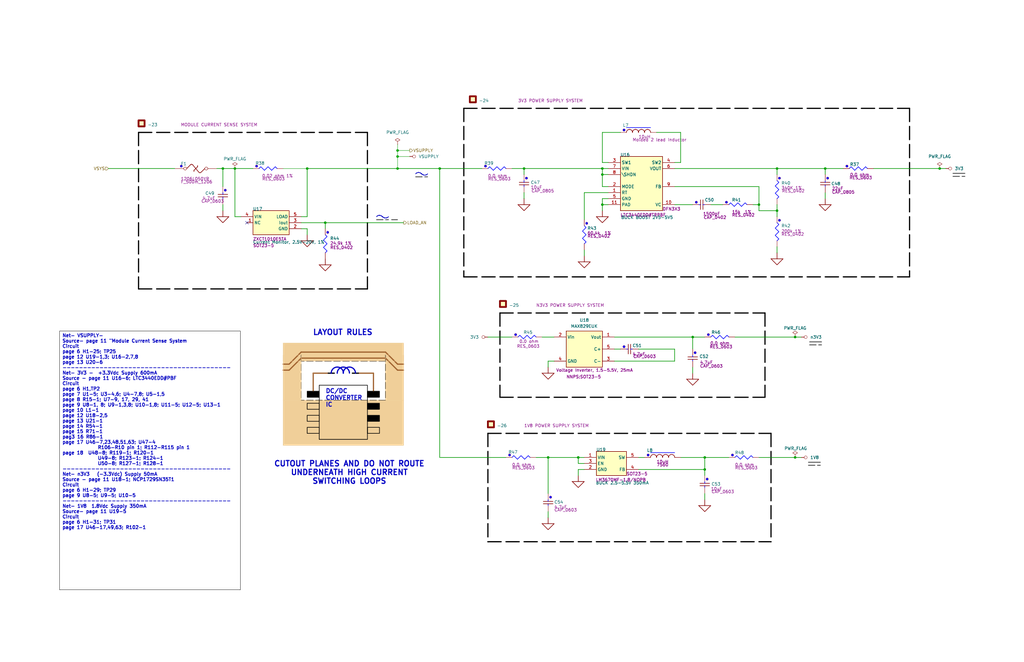
<source format=kicad_sch>
(kicad_sch (version 20231120) (generator "eeschema") (generator_version "8.0")
  (paper "B")
  (title_block (rev "-"))
  (junction (at 93.98 71.12))
  (junction (at 327.66 71.12))
  (junction (at 129.54 71.12))
  (junction (at 297.18 193.04))
  (junction (at 167.64 66.04))
  (junction (at 254 73.66))
  (junction (at 297.18 198.12))
  (junction (at 243.84 193.04))
  (junction (at 396.24 71.12))
  (junction (at 185.42 71.12))
  (junction (at 167.64 63.5))
  (junction (at 320.04 86.36))
  (junction (at 99.06 71.12))
  (junction (at 137.16 93.98))
  (junction (at 220.98 71.12))
  (junction (at 327.66 88.9))
  (junction (at 292.1 142.24))
  (junction (at 231.14 193.04))
  (junction (at 335.28 142.24))
  (junction (at 254 71.12))
  (junction (at 347.98 71.12))
  (junction (at 254 86.36))
  (junction (at 167.64 71.12))
  (junction (at 335.28 193.04))
  (no_connect (at 104.14 93.98))
  (wire (pts (xy 320.04 86.36) (xy 320.04 88.9)) (stroke (width 0.254)))
  (polyline (pts (xy 178.8655 73.8956) (xy 178.9664 73.9081)) (stroke (width 0.254) (type solid)))
  (polyline (pts (xy 176.0683 72.8413) (xy 176.1808 72.8142)) (stroke (width 0.254) (type solid)))
  (polyline (pts (xy 58.42 121.92) (xy 154.94 121.92)) (stroke (width 0.508) (type dash) (color 0 0 0 1)))
  (wire (pts (xy 243.84 193.04) (xy 231.14 193.04)) (stroke (width 0.254)))
  (wire (pts (xy 167.64 63.5) (xy 167.64 66.04)))
  (wire (pts (xy 167.64 66.04) (xy 172.72 66.04)))
  (polyline (pts (xy 161.29 91.44) (xy 161.2936 91.4437)) (stroke (width 0.254) (type solid)))
  (wire (pts (xy 309.88 142.24) (xy 335.28 142.24)) (stroke (width 0.254)))
  (wire (pts (xy 93.98 88.9) (xy 93.98 86.36)) (stroke (width 0.254)))
  (wire (pts (xy 347.98 73.66) (xy 347.98 71.12)) (stroke (width 0.254)))
  (polyline (pts (xy 175.2482 73.3499) (xy 175.3672 73.2382)) (stroke (width 0.254) (type solid)))
  (wire (pts (xy 246.38 198.12) (xy 243.84 198.12)) (stroke (width 0.254)))
  (polyline (pts (xy 177.8206 73.3803) (xy 177.8452 73.402)) (stroke (width 0.254) (type solid)))
  (polyline (pts (xy 177.6191 73.2075) (xy 177.6626 73.2411)) (stroke (width 0.254) (type solid)))
  (polyline (pts (xy 161.6886 91.7355) (xy 161.7588 91.7749)) (stroke (width 0.254) (type solid)))
  (polyline (pts (xy 177.7845 73.3463) (xy 177.7882 73.3499)) (stroke (width 0.254) (type solid)))
  (polyline (pts (xy 161.3224 91.4704) (xy 161.347 91.4921)) (stroke (width 0.254) (type solid)))
  (polyline (pts (xy 178.3318 73.7233) (xy 178.4111 73.7602)) (stroke (width 0.254) (type solid)))
  (wire (pts (xy 254 83.82) (xy 256.54 83.82)) (stroke (width 0.254)))
  (polyline (pts (xy 179.1763 73.9127) (xy 179.2848 73.9035)) (stroke (width 0.254) (type solid)))
  (polyline (pts (xy 163.3562 91.8047) (xy 163.4738 91.7334)) (stroke (width 0.254) (type solid)))
  (polyline (pts (xy 160.4051 90.936) (xy 160.4962 90.9638)) (stroke (width 0.254) (type solid)))
  (polyline (pts (xy 161.2329 91.388) (xy 161.2575 91.4097)) (stroke (width 0.254) (type solid)))
  (polyline (pts (xy 176.9944 72.8737) (xy 177.0818 72.9052)) (stroke (width 0.254) (type solid)))
  (polyline (pts (xy 162.56 149.86) (xy 162.56 168.91)) (stroke (width 0.254) (type dash) (color 0 0 0 1)))
  (polyline (pts (xy 140.97 157.48) (xy 138.43 157.48)) (stroke (width 0.508) (type solid) (color 0 0 0 1)))
  (polyline (pts (xy 132.08 157.48) (xy 132.08 165.1)) (stroke (width 0.508) (type solid) (color 159 97 46 1)))
  (wire (pts (xy 129.54 91.44) (xy 127 91.44)) (stroke (width 0.254)))
  (wire (pts (xy 129.54 96.52) (xy 129.54 99.06)) (stroke (width 0.254)))
  (wire (pts (xy 246.38 81.28) (xy 246.38 92.71)) (stroke (width 0.254)))
  (polyline (pts (xy 175.7219 72.9853) (xy 175.8386 72.9261)) (stroke (width 0.254) (type solid)))
  (wire (pts (xy 292.1 142.24) (xy 259.08 142.24)) (stroke (width 0.254)))
  (wire (pts (xy 215.9 142.24) (xy 205.74 142.24)) (stroke (width 0.254)))
  (polyline (pts (xy 177.7311 73.2979) (xy 177.7557 73.3196)) (stroke (width 0.254) (type solid)))
  (polyline (pts (xy 340.868 196.342) (xy 345.948 196.342)) (stroke (width 0.254) (type dash) (color 0 0 0 1)))
  (wire (pts (xy 297.18 193.04) (xy 307.34 193.04)) (stroke (width 0.254)))
  (polyline (pts (xy 179.2848 73.9035) (xy 179.3955 73.8857)) (stroke (width 0.254) (type solid)))
  (wire (pts (xy 287.02 68.58) (xy 284.48 68.58)) (stroke (width 0.254)))
  (wire (pts (xy 254 73.66) (xy 254 71.12)) (stroke (width 0.254)))
  (polyline (pts (xy 175.6043 73.0566) (xy 175.7219 72.9853)) (stroke (width 0.254) (type solid)))
  (wire (pts (xy 119.38 71.12) (xy 129.54 71.12)))
  (polyline (pts (xy 178.5819 73.8262) (xy 178.673 73.854)) (stroke (width 0.254) (type solid)))
  (wire (pts (xy 256.54 81.28) (xy 246.38 81.28)) (stroke (width 0.254)))
  (polyline (pts (xy 176.8087 72.8225) (xy 176.9033 72.8459)) (stroke (width 0.254) (type solid)))
  (polyline (pts (xy 159.6826 90.9043) (xy 159.7933 90.8865)) (stroke (width 0.254) (type solid)))
  (polyline (pts (xy 205.74 182.88) (xy 325.12 182.88)) (stroke (width 0.508) (type dash) (color 0 0 0 1)))
  (wire (pts (xy 93.98 71.12) (xy 93.98 78.74)) (stroke (width 0.254)))
  (wire (pts (xy 284.48 152.4) (xy 259.08 152.4)) (stroke (width 0.254)))
  (wire (pts (xy 256.54 68.58) (xy 254 68.58)) (stroke (width 0.254)))
  (wire (pts (xy 185.42 71.12) (xy 203.2 71.12)) (stroke (width 0.254)))
  (polyline (pts (xy 178.4111 73.7602) (xy 178.4945 73.7947)) (stroke (width 0.254) (type solid)))
  (polyline (pts (xy 157.48 157.48) (xy 157.48 165.1)) (stroke (width 0.508) (type solid) (color 159 97 46 1)))
  (wire (pts (xy 185.42 193.04) (xy 213.36 193.04)) (stroke (width 0.254)))
  (polyline (pts (xy 160.3105 90.9126) (xy 160.4051 90.936)) (stroke (width 0.254) (type solid)))
  (polyline (pts (xy 205.74 182.88) (xy 205.74 228.6)) (stroke (width 0.508) (type dash) (color 0 0 0 1)))
  (wire (pts (xy 335.28 193.04) (xy 337.82 193.04)) (stroke (width 0.254)))
  (polyline (pts (xy 161.4155 91.5489) (xy 161.459 91.5825)) (stroke (width 0.254) (type solid)))
  (wire (pts (xy 259.08 147.32) (xy 261.62 147.32)) (stroke (width 0.254)))
  (polyline (pts (xy 179.07 73.914) (xy 179.1763 73.9127)) (stroke (width 0.254) (type solid)))
  (polyline (pts (xy 180.2091 73.4617) (xy 180.3282 73.3499)) (stroke (width 0.254) (type solid)))
  (wire (pts (xy 220.98 83.82) (xy 220.98 81.28)) (stroke (width 0.254)))
  (wire (pts (xy 99.06 91.44) (xy 101.6 91.44)) (stroke (width 0.254)))
  (polyline (pts (xy 162.56 151.13) (xy 167.64 156.21)) (stroke (width 0.508) (type solid) (color 159 97 46 1)))
  (polyline (pts (xy 325.12 182.88) (xy 325.12 228.6)) (stroke (width 0.508) (type dash) (color 0 0 0 1)))
  (polyline (pts (xy 162.7866 91.9936) (xy 162.8973 91.9758)) (stroke (width 0.254) (type solid)))
  (polyline (pts (xy 178.7676 73.8774) (xy 178.8655 73.8956)) (stroke (width 0.254) (type solid)))
  (wire (pts (xy 327.66 71.12) (xy 284.48 71.12)) (stroke (width 0.254)))
  (polyline (pts (xy 210.82 132.08) (xy 210.82 167.64)) (stroke (width 0.508) (type dash) (color 0 0 0 1)))
  (polyline (pts (xy 163.2395 91.8639) (xy 163.3562 91.8047)) (stroke (width 0.254) (type solid)))
  (polyline (pts (xy 163.4738 91.7334) (xy 163.5921 91.6493)) (stroke (width 0.254) (type solid)))
  (polyline (pts (xy 161.6233 91.6958) (xy 161.6886 91.7355)) (stroke (width 0.254) (type solid)))
  (polyline (pts (xy 178.9664 73.9081) (xy 179.07 73.914)) (stroke (width 0.254) (type solid)))
  (polyline (pts (xy 163.1239 91.9116) (xy 163.2395 91.8639)) (stroke (width 0.254) (type solid)))
  (polyline (pts (xy 179.508 73.8586) (xy 179.6221 73.8215)) (stroke (width 0.254) (type solid)))
  (polyline (pts (xy 158.9878 91.2308) (xy 159.1061 91.1467)) (stroke (width 0.254) (type solid)))
  (polyline (pts (xy 162.3673 91.9857) (xy 162.4682 91.9982)) (stroke (width 0.254) (type solid)))
  (wire (pts (xy 297.18 198.12) (xy 269.24 198.12)) (stroke (width 0.254)))
  (polyline (pts (xy 178.257 73.6848) (xy 178.3318 73.7233)) (stroke (width 0.254) (type solid)))
  (wire (pts (xy 231.14 193.04) (xy 226.06 193.04)) (stroke (width 0.254)))
  (polyline (pts (xy 159.2237 91.0754) (xy 159.3404 91.0162)) (stroke (width 0.254) (type solid)))
  (polyline (pts (xy 58.42 55.88) (xy 58.42 121.92)) (stroke (width 0.508) (type dash) (color 0 0 0 1)))
  (polyline (pts (xy 401.828 73.152) (xy 406.908 73.152)) (stroke (width 0.254) (type solid) (color 0 0 0 1)))
  (polyline (pts (xy 162.56 148.59) (xy 167.64 153.67)) (stroke (width 0.508) (type solid) (color 159 97 46 1)))
  (wire (pts (xy 287.02 55.88) (xy 287.02 68.58)) (stroke (width 0.254)))
  (polyline (pts (xy 160.0081 90.876) (xy 160.1117 90.8819)) (stroke (width 0.254) (type solid)))
  (polyline (pts (xy 151.13 157.48) (xy 148.59 157.48)) (stroke (width 0.508) (type solid) (color 0 0 0 1)))
  (polyline (pts (xy 177.0818 72.9052) (xy 177.1652 72.9397)) (stroke (width 0.254) (type solid)))
  (polyline (pts (xy 157.48 157.48) (xy 151.13 157.48)) (stroke (width 0.508) (type solid) (color 159 97 46 1)))
  (wire (pts (xy 284.48 86.36) (xy 292.1 86.36)) (stroke (width 0.254)))
  (wire (pts (xy 327.66 88.9) (xy 327.66 91.44)) (stroke (width 0.254)))
  (wire (pts (xy 93.98 71.12) (xy 99.06 71.12)) (stroke (width 0.254)))
  (polyline (pts (xy 177.6626 73.2411) (xy 177.7 73.2715)) (stroke (width 0.254) (type solid)))
  (polyline (pts (xy 179.7377 73.7738) (xy 179.8544 73.7146)) (stroke (width 0.254) (type solid)))
  (wire (pts (xy 99.06 71.12) (xy 106.68 71.12)) (stroke (width 0.254)))
  (polyline (pts (xy 178.0064 73.5285) (xy 178.0613 73.5666)) (stroke (width 0.254) (type solid)))
  (polyline (pts (xy 175.2482 74.6199) (xy 180.3282 74.6199)) (stroke (width 0.254) (type dash) (color 0 0 0 1)))
  (wire (pts (xy 167.64 60.96) (xy 167.64 63.5)))
  (wire (pts (xy 256.54 86.36) (xy 254 86.36)) (stroke (width 0.254)))
  (wire (pts (xy 292.1 147.32) (xy 292.1 142.24)) (stroke (width 0.254)))
  (wire (pts (xy 231.14 154.94) (xy 231.14 152.4)) (stroke (width 0.254)))
  (polyline (pts (xy 210.82 167.64) (xy 322.58 167.64)) (stroke (width 0.508) (type dash) (color 0 0 0 1)))
  (polyline (pts (xy 195.58 45.72) (xy 195.58 116.84)) (stroke (width 0.508) (type dash) (color 0 0 0 1)))
  (polyline (pts (xy 160.667 91.0298) (xy 160.7463 91.0667)) (stroke (width 0.254) (type solid)))
  (polyline (pts (xy 161.2936 91.4437) (xy 161.3045 91.454)) (stroke (width 0.254) (type solid)))
  (polyline (pts (xy 179.6221 73.8215) (xy 179.7377 73.7738)) (stroke (width 0.254) (type solid)))
  (polyline (pts (xy 161.459 91.5825) (xy 161.5082 91.6186)) (stroke (width 0.254) (type solid)))
  (polyline (pts (xy 210.82 132.08) (xy 322.58 132.08)) (stroke (width 0.508) (type dash) (color 0 0 0 1)))
  (polyline (pts (xy 160.8211 91.1052) (xy 160.8913 91.1446)) (stroke (width 0.254) (type solid)))
  (polyline (pts (xy 177.7557 73.3196) (xy 177.7736 73.336)) (stroke (width 0.254) (type solid)))
  (polyline (pts (xy 127 149.86) (xy 127 168.91)) (stroke (width 0.254) (type dash) (color 0 0 0 1)))
  (wire (pts (xy 254 86.36) (xy 254 83.82)) (stroke (width 0.254)))
  (polyline (pts (xy 161.347 91.4921) (xy 161.3781 91.5185)) (stroke (width 0.254) (type solid)))
  (polyline (pts (xy 154.94 55.88) (xy 154.94 121.92)) (stroke (width 0.508) (type dash) (color 0 0 0 1)))
  (polyline (pts (xy 160.8913 91.1446) (xy 160.9566 91.1843)) (stroke (width 0.254) (type solid)))
  (polyline (pts (xy 160.4962 90.9638) (xy 160.5836 90.9953)) (stroke (width 0.254) (type solid)))
  (polyline (pts (xy 178.0613 73.5666) (xy 178.1215 73.6057)) (stroke (width 0.254) (type solid)))
  (polyline (pts (xy 165.1 92.71) (xy 167.64 92.71)) (stroke (width 0.254) (type solid) (color 0 0 0 1)))
  (wire (pts (xy 254 55.88) (xy 261.62 55.88)) (stroke (width 0.254)))
  (polyline (pts (xy 161.3045 91.454) (xy 161.3224 91.4704)) (stroke (width 0.254) (type solid)))
  (polyline (pts (xy 127 151.13) (xy 121.92 156.21)) (stroke (width 0.508) (type solid) (color 159 97 46 1)))
  (polyline (pts (xy 161.0168 91.2234) (xy 161.0717 91.2615)) (stroke (width 0.254) (type solid)))
  (wire (pts (xy 91.44 71.12) (xy 93.98 71.12)) (stroke (width 0.254)))
  (wire (pts (xy 256.54 78.74) (xy 254 78.74)) (stroke (width 0.254)))
  (polyline (pts (xy 119.38 153.67) (xy 121.92 153.67)) (stroke (width 0.508) (type solid) (color 159 97 46 1)))
  (polyline (pts (xy 177.7 73.2715) (xy 177.7311 73.2979)) (stroke (width 0.254) (type solid)))
  (polyline (pts (xy 162.8973 91.9758) (xy 163.0098 91.9487)) (stroke (width 0.254) (type solid)))
  (polyline (pts (xy 179.3955 73.8857) (xy 179.508 73.8586)) (stroke (width 0.254) (type solid)))
  (polyline (pts (xy 176.7108 72.8043) (xy 176.8087 72.8225)) (stroke (width 0.254) (type solid)))
  (wire (pts (xy 167.64 71.12) (xy 185.42 71.12)) (stroke (width 0.254)))
  (polyline (pts (xy 176.9033 72.8459) (xy 176.9944 72.8737)) (stroke (width 0.254) (type solid)))
  (polyline (pts (xy 162.4682 91.9982) (xy 162.5718 92.0041)) (stroke (width 0.254) (type solid)))
  (polyline (pts (xy 341.376 145.542) (xy 346.456 145.542)) (stroke (width 0.254) (type dash) (color 0 0 0 1)))
  (wire (pts (xy 327.66 73.66) (xy 327.66 71.12)) (stroke (width 0.254)))
  (polyline (pts (xy 158.75 91.44) (xy 158.869 91.3283)) (stroke (width 0.254) (type solid)))
  (polyline (pts (xy 161.8336 91.8134) (xy 161.9129 91.8503)) (stroke (width 0.254) (type solid)))
  (wire (pts (xy 254 78.74) (xy 254 73.66)) (stroke (width 0.254)))
  (polyline (pts (xy 167.64 156.21) (xy 170.18 156.21)) (stroke (width 0.508) (type solid) (color 159 97 46 1)))
  (polyline (pts (xy 162.56 168.91) (xy 127 168.91)) (stroke (width 0.254) (type dash) (color 0 0 0 1)))
  (polyline (pts (xy 163.7109 91.5518) (xy 163.83 91.44)) (stroke (width 0.254) (type solid)))
  (polyline (pts (xy 138.43 157.48) (xy 132.08 157.48)) (stroke (width 0.508) (type solid) (color 159 97 46 1)))
  (polyline (pts (xy 159.3404 91.0162) (xy 159.456 90.9685)) (stroke (width 0.254) (type solid)))
  (polyline (pts (xy 160.5836 90.9953) (xy 160.667 91.0298)) (stroke (width 0.254) (type solid)))
  (polyline (pts (xy 163.0098 91.9487) (xy 163.1239 91.9116)) (stroke (width 0.254) (type solid)))
  (wire (pts (xy 246.38 107.95) (xy 246.38 105.41)) (stroke (width 0.254)))
  (polyline (pts (xy 383.54 45.72) (xy 383.54 116.84)) (stroke (width 0.508) (type dash) (color 0 0 0 1)))
  (wire (pts (xy 256.54 71.12) (xy 254 71.12)) (stroke (width 0.254)))
  (wire (pts (xy 243.84 195.58) (xy 243.84 193.04)) (stroke (width 0.254)))
  (polyline (pts (xy 177.9572 73.4924) (xy 178.0064 73.5285)) (stroke (width 0.254) (type solid)))
  (polyline (pts (xy 161.9963 91.8848) (xy 162.0837 91.9163)) (stroke (width 0.254) (type solid)))
  (polyline (pts (xy 176.1808 72.8142) (xy 176.2915 72.7964)) (stroke (width 0.254) (type solid)))
  (polyline (pts (xy 162.2694 91.9675) (xy 162.3673 91.9857)) (stroke (width 0.254) (type solid)))
  (wire (pts (xy 254 88.9) (xy 254 86.36)) (stroke (width 0.254)))
  (polyline (pts (xy 119.38 156.21) (xy 121.92 156.21)) (stroke (width 0.508) (type solid) (color 159 97 46 1)))
  (wire (pts (xy 220.98 73.66) (xy 220.98 71.12)) (stroke (width 0.254)))
  (wire (pts (xy 396.24 71.12) (xy 398.78 71.12)) (stroke (width 0.254)))
  (polyline (pts (xy 177.9137 73.4588) (xy 177.9572 73.4924)) (stroke (width 0.254) (type solid)))
  (wire (pts (xy 231.14 208.28) (xy 231.14 193.04)) (stroke (width 0.254)))
  (polyline (pts (xy 161.5082 91.6186) (xy 161.5631 91.6567)) (stroke (width 0.254) (type solid)))
  (polyline (pts (xy 167.64 153.67) (xy 170.18 153.67)) (stroke (width 0.508) (type solid) (color 159 97 46 1)))
  (polyline (pts (xy 178.673 73.854) (xy 178.7676 73.8774)) (stroke (width 0.254) (type solid)))
  (polyline (pts (xy 176.5063 72.7859) (xy 176.6099 72.7918)) (stroke (width 0.254) (type solid)))
  (polyline (pts (xy 177.515 73.1333) (xy 177.5699 73.1714)) (stroke (width 0.254) (type solid)))
  (wire (pts (xy 320.04 78.74) (xy 320.04 86.36)) (stroke (width 0.254)))
  (wire (pts (xy 347.98 83.82) (xy 347.98 81.28)) (stroke (width 0.254)))
  (polyline (pts (xy 160.7463 91.0667) (xy 160.8211 91.1052)) (stroke (width 0.254) (type solid)))
  (polyline (pts (xy 161.1209 91.2976) (xy 161.1644 91.3312)) (stroke (width 0.254) (type solid)))
  (polyline (pts (xy 401.828 74.422) (xy 406.908 74.422)) (stroke (width 0.254) (type dash) (color 0 0 0 1)))
  (wire (pts (xy 254 73.66) (xy 256.54 73.66)) (stroke (width 0.254)))
  (polyline (pts (xy 180.0903 73.5592) (xy 180.2091 73.4617)) (stroke (width 0.254) (type solid)))
  (polyline (pts (xy 177.7736 73.336) (xy 177.7845 73.3463)) (stroke (width 0.254) (type solid)))
  (wire (pts (xy 327.66 104.14) (xy 327.66 106.68)) (stroke (width 0.254)))
  (wire (pts (xy 137.16 93.98) (xy 170.18 93.98)) (stroke (width 0.254)))
  (wire (pts (xy 292.1 142.24) (xy 297.18 142.24)) (stroke (width 0.254)))
  (polyline (pts (xy 177.8763 73.4284) (xy 177.9137 73.4588)) (stroke (width 0.254) (type solid)))
  (wire (pts (xy 231.14 152.4) (xy 233.68 152.4)) (stroke (width 0.254)))
  (polyline (pts (xy 175.3672 73.2382) (xy 175.486 73.1407)) (stroke (width 0.254) (type solid)))
  (wire (pts (xy 220.98 71.12) (xy 215.9 71.12)) (stroke (width 0.254)))
  (polyline (pts (xy 162.6781 92.0028) (xy 162.7866 91.9936)) (stroke (width 0.254) (type solid)))
  (polyline (pts (xy 341.376 144.272) (xy 346.456 144.272)) (stroke (width 0.254) (type solid) (color 0 0 0 1)))
  (polyline (pts (xy 160.9566 91.1843) (xy 161.0168 91.2234)) (stroke (width 0.254) (type solid)))
  (wire (pts (xy 287.02 193.04) (xy 297.18 193.04)) (stroke (width 0.254)))
  (polyline (pts (xy 177.4548 73.0942) (xy 177.515 73.1333)) (stroke (width 0.254) (type solid)))
  (polyline (pts (xy 159.7933 90.8865) (xy 159.9018 90.8773)) (stroke (width 0.254) (type solid)))
  (polyline (pts (xy 161.9129 91.8503) (xy 161.9963 91.8848)) (stroke (width 0.254) (type solid)))
  (polyline (pts (xy 177.8452 73.402) (xy 177.8763 73.4284)) (stroke (width 0.254) (type solid)))
  (polyline (pts (xy 163.5921 91.6493) (xy 163.7109 91.5518)) (stroke (width 0.254) (type solid)))
  (wire (pts (xy 269.24 147.32) (xy 284.48 147.32)) (stroke (width 0.254)))
  (polyline (pts (xy 162.56 152.4) (xy 127 152.4)) (stroke (width 0.254) (type dash) (color 0 0 0 1)))
  (wire (pts (xy 320.04 193.04) (xy 335.28 193.04)) (stroke (width 0.254)))
  (wire (pts (xy 254 68.58) (xy 254 55.88)) (stroke (width 0.254)))
  (wire (pts (xy 254 71.12) (xy 220.98 71.12)) (stroke (width 0.254)))
  (polyline (pts (xy 195.58 45.72) (xy 383.54 45.72)) (stroke (width 0.508) (type dash) (color 0 0 0 1)))
  (polyline (pts (xy 340.868 195.072) (xy 345.948 195.072)) (stroke (width 0.254) (type solid) (color 0 0 0 1)))
  (polyline (pts (xy 176.6099 72.7918) (xy 176.7108 72.8043)) (stroke (width 0.254) (type solid)))
  (polyline (pts (xy 175.8386 72.9261) (xy 175.9542 72.8784)) (stroke (width 0.254) (type solid)))
  (wire (pts (xy 284.48 78.74) (xy 320.04 78.74)) (stroke (width 0.254)))
  (polyline (pts (xy 162.5718 92.0041) (xy 162.6781 92.0028)) (stroke (width 0.254) (type solid)))
  (wire (pts (xy 231.14 218.44) (xy 231.14 215.9)) (stroke (width 0.254)))
  (polyline (pts (xy 175.9542 72.8784) (xy 176.0683 72.8413)) (stroke (width 0.254) (type solid)))
  (polyline (pts (xy 176.2915 72.7964) (xy 176.4 72.7872)) (stroke (width 0.254) (type solid)))
  (polyline (pts (xy 159.9018 90.8773) (xy 160.0081 90.876)) (stroke (width 0.254) (type solid)))
  (wire (pts (xy 347.98 71.12) (xy 327.66 71.12)) (stroke (width 0.254)))
  (wire (pts (xy 284.48 147.32) (xy 284.48 152.4)) (stroke (width 0.254)))
  (polyline (pts (xy 58.42 55.88) (xy 154.94 55.88)) (stroke (width 0.508) (type dash) (color 0 0 0 1)))
  (polyline (pts (xy 178.1215 73.6057) (xy 178.1868 73.6454)) (stroke (width 0.254) (type solid)))
  (wire (pts (xy 127 96.52) (xy 129.54 96.52)) (stroke (width 0.254)))
  (polyline (pts (xy 161.2018 91.3616) (xy 161.2329 91.388)) (stroke (width 0.254) (type solid)))
  (wire (pts (xy 99.06 71.12) (xy 99.06 91.44)) (stroke (width 0.254)))
  (polyline (pts (xy 161.7588 91.7749) (xy 161.8336 91.8134)) (stroke (width 0.254) (type solid)))
  (polyline (pts (xy 175.486 73.1407) (xy 175.6043 73.0566)) (stroke (width 0.254) (type solid)))
  (polyline (pts (xy 177.2445 72.9766) (xy 177.3193 73.0151)) (stroke (width 0.254) (type solid)))
  (polyline (pts (xy 160.1117 90.8819) (xy 160.2126 90.8944)) (stroke (width 0.254) (type solid)))
  (wire (pts (xy 335.28 142.24) (xy 337.82 142.24)) (stroke (width 0.254)))
  (wire (pts (xy 347.98 71.12) (xy 355.6 71.12)) (stroke (width 0.254)))
  (wire (pts (xy 299.72 86.36) (xy 304.8 86.36)) (stroke (width 0.254)))
  (polyline (pts (xy 127 148.59) (xy 121.92 153.67)) (stroke (width 0.508) (type solid) (color 159 97 46 1)))
  (polyline (pts (xy 177.3193 73.0151) (xy 177.3895 73.0545)) (stroke (width 0.254) (type solid)))
  (polyline (pts (xy 159.5701 90.9314) (xy 159.6826 90.9043)) (stroke (width 0.254) (type solid)))
  (wire (pts (xy 137.16 93.98) (xy 127 93.98)) (stroke (width 0.254)))
  (polyline (pts (xy 161.0717 91.2615) (xy 161.1209 91.2976)) (stroke (width 0.254) (type solid)))
  (wire (pts (xy 185.42 71.12) (xy 185.42 193.04)) (stroke (width 0.254)))
  (polyline (pts (xy 161.2863 91.4364) (xy 161.29 91.44)) (stroke (width 0.254) (type solid)))
  (wire (pts (xy 228.6 142.24) (xy 233.68 142.24)) (stroke (width 0.254)))
  (wire (pts (xy 368.3 71.12) (xy 396.24 71.12)) (stroke (width 0.254)))
  (wire (pts (xy 271.78 193.04) (xy 269.24 193.04)) (stroke (width 0.254)))
  (wire (pts (xy 129.54 71.12) (xy 167.64 71.12)) (stroke (width 0.254)))
  (polyline (pts (xy 176.4 72.7872) (xy 176.5063 72.7859)) (stroke (width 0.254) (type solid)))
  (polyline (pts (xy 179.8544 73.7146) (xy 179.972 73.6433)) (stroke (width 0.254) (type solid)))
  (polyline (pts (xy 177.7918 73.3536) (xy 177.8027 73.3639)) (stroke (width 0.254) (type solid)))
  (polyline (pts (xy 177.7882 73.3499) (xy 177.7918 73.3536)) (stroke (width 0.254) (type solid)))
  (polyline (pts (xy 127 148.59) (xy 162.56 148.59)) (stroke (width 0.508) (type solid) (color 159 97 46 1)))
  (polyline (pts (xy 322.58 132.08) (xy 322.58 167.64)) (stroke (width 0.508) (type dash) (color 0 0 0 1)))
  (polyline (pts (xy 179.972 73.6433) (xy 180.0903 73.5592)) (stroke (width 0.254) (type solid)))
  (wire (pts (xy 292.1 157.48) (xy 292.1 154.94)) (stroke (width 0.254)))
  (polyline (pts (xy 177.5699 73.1714) (xy 177.6191 73.2075)) (stroke (width 0.254) (type solid)))
  (polyline (pts (xy 161.2575 91.4097) (xy 161.2754 91.4261)) (stroke (width 0.254) (type solid)))
  (wire (pts (xy 246.38 195.58) (xy 243.84 195.58)) (stroke (width 0.254)))
  (polyline (pts (xy 178.1868 73.6454) (xy 178.257 73.6848)) (stroke (width 0.254) (type solid)))
  (polyline (pts (xy 127 151.13) (xy 162.56 151.13)) (stroke (width 0.508) (type solid) (color 159 97 46 1)))
  (polyline (pts (xy 162.0837 91.9163) (xy 162.1748 91.9441)) (stroke (width 0.254) (type solid)))
  (polyline (pts (xy 160.2126 90.8944) (xy 160.3105 90.9126)) (stroke (width 0.254) (type solid)))
  (polyline (pts (xy 178.4945 73.7947) (xy 178.5819 73.8262)) (stroke (width 0.254) (type solid)))
  (polyline (pts (xy 161.3781 91.5185) (xy 161.4155 91.5489)) (stroke (width 0.254) (type solid)))
  (wire (pts (xy 45.72 71.12) (xy 73.66 71.12)) (stroke (width 0.254)))
  (polyline (pts (xy 161.2754 91.4261) (xy 161.2863 91.4364)) (stroke (width 0.254) (type solid)))
  (wire (pts (xy 320.04 88.9) (xy 327.66 88.9)) (stroke (width 0.254)))
  (wire (pts (xy 137.16 96.52) (xy 137.16 93.98)) (stroke (width 0.254)))
  (polyline (pts (xy 159.456 90.9685) (xy 159.5701 90.9314)) (stroke (width 0.254) (type solid)))
  (polyline (pts (xy 177.3895 73.0545) (xy 177.4548 73.0942)) (stroke (width 0.254) (type solid)))
  (wire (pts (xy 243.84 198.12) (xy 243.84 200.66)) (stroke (width 0.254)))
  (polyline (pts (xy 177.1652 72.9397) (xy 177.2445 72.9766)) (stroke (width 0.254) (type solid)))
  (polyline (pts (xy 177.8027 73.3639) (xy 177.8206 73.3803)) (stroke (width 0.254) (type solid)))
  (wire (pts (xy 167.64 63.5) (xy 172.72 63.5)))
  (wire (pts (xy 297.18 210.82) (xy 297.18 208.28)) (stroke (width 0.254)))
  (wire (pts (xy 317.5 86.36) (xy 320.04 86.36)) (stroke (width 0.254)))
  (wire (pts (xy 167.64 66.04) (xy 167.64 71.12)))
  (wire (pts (xy 246.38 193.04) (xy 243.84 193.04)) (stroke (width 0.254)))
  (polyline (pts (xy 162.1748 91.9441) (xy 162.2694 91.9675)) (stroke (width 0.254) (type solid)))
  (polyline (pts (xy 158.75 92.71) (xy 163.83 92.71)) (stroke (width 0.254) (type dash) (color 0 0 0 1)))
  (wire (pts (xy 276.86 55.88) (xy 287.02 55.88)) (stroke (width 0.254)))
  (polyline (pts (xy 161.1644 91.3312) (xy 161.2018 91.3616)) (stroke (width 0.254) (type solid)))
  (polyline (pts (xy 159.1061 91.1467) (xy 159.2237 91.0754)) (stroke (width 0.254) (type solid)))
  (polyline (pts (xy 195.58 116.84) (xy 383.54 116.84)) (stroke (width 0.508) (type dash) (color 0 0 0 1)))
  (polyline (pts (xy 161.5631 91.6567) (xy 161.6233 91.6958)) (stroke (width 0.254) (type solid)))
  (polyline (pts (xy 205.74 228.6) (xy 325.12 228.6)) (stroke (width 0.508) (type dash) (color 0 0 0 1)))
  (wire (pts (xy 297.18 198.12) (xy 297.18 193.04)) (stroke (width 0.254)))
  (wire (pts (xy 129.54 71.12) (xy 129.54 91.44)) (stroke (width 0.254)))
  (wire (pts (xy 297.18 200.66) (xy 297.18 198.12)) (stroke (width 0.254)))
  (wire (pts (xy 327.66 86.36) (xy 327.66 88.9)) (stroke (width 0.254)))
  (polyline (pts (xy 158.869 91.3283) (xy 158.9878 91.2308)) (stroke (width 0.254) (type solid)))
  (arc (start 139.6641 157.5016) (mid 142.1931 154.9063) (end 144.8152 157.4156) (stroke (width 0.508)))
  (rectangle (start 170.18 149.86) (end 162.56 168.91) (stroke (width 0) (color 240 207 153 1)) (fill (type color) (color 240 207 153 1)))
  (rectangle (start 134.62 165.1) (end 129.54 167.64) (stroke (width 0.254) (color 0 0 0 1)) (fill (type color) (color 0 0 0 1)))
  (arc (start 144.7441 157.5016) (mid 147.2731 154.9063) (end 149.8952 157.4156) (stroke (width 0.508)))
  (rectangle (start 127 149.86) (end 119.38 168.91) (stroke (width 0) (color 240 207 153 1)) (fill (type color) (color 240 207 153 1)))
  (rectangle (start 160.02 180.34) (end 154.94 182.88) (stroke (width 0.254) (color 0 0 0 1)) (fill (type color) (color 0 0 0 1)))
  (rectangle (start 160.02 165.1) (end 154.94 167.64) (stroke (width 0.254) (color 0 0 0 1)) (fill (type color) (color 0 0 0 1)))
  (rectangle (start 134.62 170.18) (end 129.54 172.72) (stroke (width 0.254) (color 0 0 0 1)) (fill (type color) (color 0 0 0 1)))
  (arc (start 142.2041 157.5016) (mid 144.7331 154.9063) (end 147.3552 157.4156) (stroke (width 0.508)))
  (rectangle (start 170.18 144.78) (end 119.38 152.4) (stroke (width 0) (color 240 207 153 1)) (fill (type color) (color 240 207 153 1)))
  (rectangle (start 160.02 175.26) (end 154.94 177.8) (stroke (width 0.254) (color 0 0 0 1)) (fill (type color) (color 0 0 0 1)))
  (rectangle (start 154.94 162.56) (end 134.62 185.42) (stroke (width 0.254) (color 0 0 0 1)))
  (rectangle (start 134.62 180.34) (end 129.54 182.88) (stroke (width 0.254) (color 0 0 0 1)) (fill (type color) (color 0 0 0 1)))
  (rectangle (start 134.62 175.26) (end 129.54 177.8) (stroke (width 0.254) (color 0 0 0 1)) (fill (type color) (color 0 0 0 1)))
  (rectangle (start 160.02 170.18) (end 154.94 172.72) (stroke (width 0.254) (color 0 0 0 1)) (fill (type color) (color 0 0 0 1)))
  (rectangle (start 170.18 168.91) (end 119.38 187.96) (stroke (width 0) (color 240 207 153 1)) (fill (type color) (color 240 207 153 1)))
  (text_box "Net- VSUPPLY-\nSource- page 11 \"Module Current Sense System\nCircuit\npage 6 H1-25; TP25\npage 12 U19-1,3; U16-2,7,8\npage 13 U20-6\n-----------------------------------------\nNet- 3V3 -  +3.3Vdc Supply 600mA\nSource - page 11 U16-6; LTC3440EDD#PBF\nCircuit\npage 6 H1,TP2\npage 7 U1-5; U3-4,6; U4-7,8; U5-1,5\npage 8 R15-1; U7-9, 17, 29, 41\npage 9 U8-1, 8; U9-1,3,8; U10-1,8; U11-5; U12-5; U13-1\npage 10 L1-1\npage 12 U18-2,5\npage 13 U21-1\npage 14 R54-1\npage 15 R71-1\npag3 16 R86-1\npage 17 U46-7,23,48,51,63; U47-4\n              R106-R10 pin 1; R112-R115 pin 1\npage 18  U48-8; R119-1; R120-1\n              U49-8; R123-1; R124-1\n              U50-8; R127-1; R128-1\n-----------------------------------------\nNet- n3V3   (-3.3Vdc) Supply 50mA\nSource - page 11 U18-1; NCP1729SN35T1\nCircuit\npage 6 H1-29; TP29\npage 9 U8-5; U9-5; U10-5\n-----------------------------------------\nNet- 1V8  1.8Vdc Supply 350mA\nSource- page 11 U19-5\nCircuit\npage 6 H1-31; TP31\npage 17 U46-17,49,63; R102-1" (at 25.146 139.7 0) (size 76.2 109.22) (stroke (width 0) (color 0 0 0 1)) (fill (type color) (color 255 255 255 1)) (effects (font (size 1.397 1.397) (bold yes)) (justify left top)))
  (text_box "CUTOUT PLANES AND DO NOT ROUTE UNDERNEATH HIGH CURRENT SWITCHING LOOPS" (at 112.268 191.77 0) (size 70.104 14.986) (stroke (width -0.0001) (color 0 0 0 1)) (effects (font (size 2.286 2.286) (bold yes))))
  (text_box "DC/DC CONVERTER IC" (at 135.89 162.56 0) (size 17.78 10.16) (stroke (width -0.0001) (color 0 0 0 1)) (effects (font (size 1.778 1.778) (bold yes)) (justify left top)))
  (text "LAYOUT RULES" (at 131.826 141.732 0) (effects (font (size 2.286 2.286) (bold yes)) (justify left bottom)))
  (hierarchical_label "VSUPPLY" (shape output) (at 172.72 63.5 0))
  (hierarchical_label "LOAD_AN" (shape output) (at 170.18 93.98 0))
  (hierarchical_label "VSYS" (shape input) (at 45.72 71.12 180))
  (symbol (lib_id "NNPS:3V3") (at 205.74 142.24 270) (unit 1)
    (property "Reference" "#PWR?" (effects (hide yes)))
    (property "Value" "3V3" (at 201.93 142.24 90) (effects (justify right)))
  )
  (symbol (lib_id "NNPS:root_3_ECJ-1VB0J106M") (at 297.18 200.66 0) (unit 1)
    (property "Reference" "C53" (at 299.974 204.978 0) (effects (justify left bottom)))
    (property "Value" "C_10u_X5R_6V3_0603_20%" (effects (hide yes)))
    (property "Footprint" "NNPS:CAP_0603" (effects (hide yes)))
    (property "MFR" "Murata Electronics North America" (effects (hide yes)))
    (property "PACKAGEDESCRIPTION" "CAP_0603" (at 299.974 206.756 0) (effects (justify left top)))
    (property "SUPPLIER 1" "Digi-Key" (effects (hide yes)))
    (property "SUPPLIER PART NUMBER 1" "490-6405-6-ND" (effects (hide yes)))
    (property "ALTIUM_VALUE" "10uF" (at 299.72 207.01 0) (effects (justify left bottom)))
    (property "MPN" "GRM188R60J106ME47J" (effects (hide yes)))
    (property "SBI" "53-0039" (effects (hide yes)))
  )
  (symbol (lib_id "NNPS:root_3_CRCW0402340KFKED") (at 327.66 73.66 0) (unit 1)
    (property "Reference" "R40" (at 329.438 77.978 0) (effects (justify left bottom)))
    (property "Value" "R_340k_0402" (effects (hide yes)))
    (property "Footprint" "NNPS:RES_0402" (effects (hide yes)))
    (property "MFR" "Vishay Dale" (effects (hide yes)))
    (property "PACKAGEDESCRIPTION" "RES_0402" (at 329.692 81.28 0) (effects (justify left bottom)))
    (property "SUPPLIER 1" "Digi-Key" (effects (hide yes)))
    (property "SUPPLIER PART NUMBER 1" "541-340KLDKR-ND" (effects (hide yes)))
    (property "MPN" "CRCW0402340KFKED" (effects (hide yes)))
    (property "ALTIUM_VALUE" "340K 1%" (at 329.438 80.01 0) (effects (justify left bottom)))
    (property "SBI" "51-0049-26" (effects (hide yes)))
  )
  (symbol (lib_id "NNPS:root_0_BOM_S1") (at 205.74 177.8 0) (unit 1) (exclude_from_sim yes) (in_bom no) (on_board no)
    (property "Reference" "-26" (at 209.55 180.34 0) (effects (justify left bottom)))
    (property "Value" "BOM_S1" (effects (hide yes)))
    (property "XDESCRIPTION" "1V8 POWER SUPPLY SYSTEM" (at 220.98 180.34 0) (effects (justify left bottom)))
  )
  (symbol (lib_id "NNPS:root_3_EMK212BJ106KG-T") (at 220.98 73.66 0) (unit 1)
    (property "Reference" "C47" (at 223.774 77.724 0) (effects (justify left bottom)))
    (property "Value" "C_10u_X5R_16_0805_10%" (effects (hide yes)))
    (property "Footprint" "NNPS:CAP_0805" (effects (hide yes)))
    (property "MFR" "Murata Electronics North America" (effects (hide yes)))
    (property "PACKAGEDESCRIPTION" "CAP_0805" (at 224.028 81.28 0) (effects (justify left bottom)))
    (property "SUPPLIER 1" "Digi-Key" (effects (hide yes)))
    (property "SUPPLIER PART NUMBER 1" "490-3886-6-ND" (effects (hide yes)))
    (property "ALTIUM_VALUE" "10uF" (at 223.774 79.756 0) (effects (justify left bottom)))
    (property "MPN" "GRM21BR61C106KE15L" (effects (hide yes)))
    (property "SBI" "53-0081" (effects (hide yes)))
  )
  (symbol (lib_id "NNPS:GND") (at 347.98 83.82 0) (unit 1)
    (property "Reference" "#PWR?" (effects (hide yes)))
    (property "Value" "GND" (effects (hide yes)))
  )
  (symbol (lib_id "NNPS:GND") (at 246.38 107.95 0) (unit 1)
    (property "Reference" "#PWR?" (effects (hide yes)))
    (property "Value" "GND" (effects (hide yes)))
  )
  (symbol (lib_id "NNPS:root_0_MCR03ERTJ000") (at 355.6 71.12 0) (unit 1)
    (property "Reference" "R37" (at 358.394 70.104 0) (effects (justify left bottom)))
    (property "Value" "R_0_0603" (effects (hide yes)))
    (property "Footprint" "NNPS:RES_0603" (effects (hide yes)))
    (property "MFR" "Vishay Dale" (effects (hide yes)))
    (property "PACKAGEDESCRIPTION" "RES_0603" (at 358.14 75.692 0) (effects (justify left bottom)))
    (property "SUPPLIER 1" "Digi-Key" (effects (hide yes)))
    (property "SUPPLIER PART NUMBER 1" "541-1.00KLDKR-ND" (effects (hide yes)))
    (property "ALTIUM_VALUE" "0.0 ohm" (at 358.394 74.422 0) (effects (justify left bottom)))
    (property "MPN" "CRCW06030000Z0EA" (effects (hide yes)))
    (property "SBI" "53-0075" (effects (hide yes)))
  )
  (symbol (lib_id "NNPS:root_0_ECJ-0EB1H152K") (at 292.1 86.36 0) (unit 1)
    (property "Reference" "C50" (at 297.18 85.09 0) (effects (justify left bottom)))
    (property "Value" "C_1n5_X7R_50_0402_10%" (effects (hide yes)))
    (property "Footprint" "NNPS:CAP_0402" (effects (hide yes)))
    (property "MFR" "Murata Electronics North America" (effects (hide yes)))
    (property "PACKAGEDESCRIPTION" "CAP_0402" (at 296.672 92.456 0) (effects (justify left bottom)))
    (property "SUPPLIER 1" "Digi-Key" (effects (hide yes)))
    (property "SUPPLIER PART NUMBER 1" "490-3245-6-ND" (effects (hide yes)))
    (property "ALTIUM_VALUE" "1500pF" (at 296.418 90.932 0) (effects (justify left bottom)))
    (property "MPN" "GRM155R71H152KA01D" (effects (hide yes)))
    (property "SBI" "53-0083" (effects (hide yes)))
  )
  (symbol (lib_id "NNPS:PWR_FLAG") (at 335.28 193.04 0) (unit 1)
    (property "Reference" "#FLG03" (effects (hide yes)))
    (property "Value" "PWR_FLAG" (at 335.534 189.23 0))
  )
  (symbol (lib_id "NNPS:root_3_MCR01MZPF6042") (at 246.38 92.71 0) (unit 1)
    (property "Reference" "R43" (at 247.65 97.028 0) (effects (justify left bottom)))
    (property "Value" "R_60k4_0402" (effects (hide yes)))
    (property "Footprint" "NNPS:RES_0402" (effects (hide yes)))
    (property "MFR" "Vishay Dale" (effects (hide yes)))
    (property "PACKAGEDESCRIPTION" "RES_0402" (at 247.65 100.33 0) (effects (justify left bottom)))
    (property "SUPPLIER 1" "Digi-Key" (effects (hide yes)))
    (property "SUPPLIER PART NUMBER 1" "541-60.4KLDKR-ND" (effects (hide yes)))
    (property "MPN" "CRCW040260K4FKED" (effects (hide yes)))
    (property "ALTIUM_VALUE" "60.4k  1%" (at 247.65 99.06 0) (effects (justify left bottom)))
    (property "SBI" "53-0049-29" (effects (hide yes)))
  )
  (symbol (lib_id "NNPS:n3V3") (at 337.82 142.24 90) (unit 1)
    (property "Reference" "#PWR?" (effects (hide yes)))
    (property "Value" "n3V3" (at 341.63 142.24 90) (effects (justify right)))
  )
  (symbol (lib_id "NNPS:root_0_LM3670MF-1.8") (at 251.46 190.5 0) (unit 1)
    (property "Reference" "U19" (at 251.46 190.5 0) (effects (justify left bottom)))
    (property "Value" "BUCK 2.5-5.5V 350mA" (at 251.206 204.47 0) (effects (justify left bottom)))
    (property "Footprint" "NNPS:SOT23-5" (effects (hide yes)))
    (property "SUPPLIER PART NUMBER 1" "LM3670MF-1.8/NOPBDKR-ND" (effects (hide yes)))
    (property "SUPPLIER 1" "Digi-Key" (effects (hide yes)))
    (property "MFR" "Texas Instruments" (effects (hide yes)))
    (property "PACKAGEDESCRIPTION" "SOT23-5" (at 264.16 200.66 0) (effects (justify left bottom)))
    (property "MPN" "LM3670MF-1.8/NOPB" (at 251.206 203.2 0) (effects (justify left bottom)))
    (property "SBI" "54-0098" (effects (hide yes)))
  )
  (symbol (lib_id "NNPS:root_0_MCR03ERTJ000") (at 215.9 142.24 0) (unit 1)
    (property "Reference" "R45" (at 220.726 140.97 0) (effects (justify left bottom)))
    (property "Value" "R_0_0603" (effects (hide yes)))
    (property "Footprint" "NNPS:RES_0603" (effects (hide yes)))
    (property "MFR" "Vishay Dale" (effects (hide yes)))
    (property "PACKAGEDESCRIPTION" "RES_0603" (at 217.932 146.812 0) (effects (justify left bottom)))
    (property "SUPPLIER 1" "Digi-Key" (effects (hide yes)))
    (property "SUPPLIER PART NUMBER 1" "541-1.00KLDKR-ND" (effects (hide yes)))
    (property "ALTIUM_VALUE" "0.0 ohm" (at 218.948 144.78 0) (effects (justify left bottom)))
    (property "MPN" "CRCW06030000Z0EA" (effects (hide yes)))
    (property "SBI" "53-0075" (effects (hide yes)))
  )
  (symbol (lib_id "NNPS:GND") (at 93.98 88.9 0) (unit 1)
    (property "Reference" "#PWR?" (effects (hide yes)))
    (property "Value" "GND" (effects (hide yes)))
  )
  (symbol (lib_id "NNPS:root_0_ELL6RH100M") (at 271.78 193.04 0) (unit 1)
    (property "Reference" "L8" (at 272.796 190.754 0) (effects (justify left bottom)))
    (property "Value" "L_10u_1A1_2626_20%" (effects (hide yes)))
    (property "Footprint" "NNPS:IND-ELL-6RH" (effects (hide yes)))
    (property "SUPPLIER 1" "Digi-Key" (effects (hide yes)))
    (property "SUPPLIER PART NUMBER 1" "PCD1345CT-ND" (effects (hide yes)))
    (property "MFR" "Panasonic" (effects (hide yes)))
    (property "PACKAGEDESCRIPTION" "7560" (at 276.86 196.85 0) (effects (justify left bottom)))
    (property "ALTIUM_VALUE" "10uH" (at 276.86 195.58 0) (effects (justify left bottom)))
    (property "MPN" "ELL6RH100M" (effects (hide yes)))
    (property "SBI" "54-0116" (effects (hide yes)))
  )
  (symbol (lib_id "NNPS:root_3_LMK107BJ475KA-T") (at 231.14 208.28 0) (unit 1)
    (property "Reference" "C54" (at 233.68 212.598 0) (effects (justify left bottom)))
    (property "Value" "C_4u7_X5R_10_0603_10%" (effects (hide yes)))
    (property "Footprint" "NNPS:CAP_0603" (effects (hide yes)))
    (property "MFR" "Murata Electronics North America" (effects (hide yes)))
    (property "PACKAGEDESCRIPTION" "CAP_0603" (at 233.68 215.9 0) (effects (justify left bottom)))
    (property "SUPPLIER 1" "Digi-Key" (effects (hide yes)))
    (property "SUPPLIER PART NUMBER 1" "490-11988-6-ND" (effects (hide yes)))
    (property "ALTIUM_VALUE" "4.7uF" (at 233.68 214.63 0) (effects (justify left bottom)))
    (property "MPN" "GRM185R61A475KE11D" (effects (hide yes)))
    (property "SBI" "53-0076" (effects (hide yes)))
  )
  (symbol (lib_id "NNPS:root_3_MCR01MZPF2003") (at 327.66 91.44 0) (unit 1)
    (property "Reference" "R42" (at 329.438 96.012 0) (effects (justify left bottom)))
    (property "Value" "R_200k_0402" (effects (hide yes)))
    (property "Footprint" "NNPS:RES_0402" (effects (hide yes)))
    (property "MFR" "Vishay Dale" (effects (hide yes)))
    (property "PACKAGEDESCRIPTION" "RES_0402" (at 329.438 99.568 0) (effects (justify left bottom)))
    (property "SUPPLIER 1" "Digi-Key" (effects (hide yes)))
    (property "SUPPLIER PART NUMBER 1" "541-200KLDKR-ND" (effects (hide yes)))
    (property "MPN" "CRCW0402200KFKED" (effects (hide yes)))
    (property "ALTIUM_VALUE" "200k 1%" (at 329.438 98.298 0) (effects (justify left bottom)))
    (property "SBI" "53-0049-28" (effects (hide yes)))
  )
  (symbol (lib_id "NNPS:root_0_MCR01MZPF1502") (at 304.8 86.36 0) (unit 1)
    (property "Reference" "R41" (at 308.61 85.09 0) (effects (justify left bottom)))
    (property "Value" "R_15k_0402" (effects (hide yes)))
    (property "Footprint" "NNPS:RES_0402" (effects (hide yes)))
    (property "MFR" "Vishay Dale" (effects (hide yes)))
    (property "PACKAGEDESCRIPTION" "RES_0402" (at 308.61 91.44 0) (effects (justify left bottom)))
    (property "SUPPLIER 1" "Digi-Key" (effects (hide yes)))
    (property "SUPPLIER PART NUMBER 1" "541-15.0KLDKR-ND" (effects (hide yes)))
    (property "ALTIUM_VALUE" "15k  1%" (at 308.61 90.17 0) (effects (justify left bottom)))
    (property "MPN" "CRCW040215K0FKED" (effects (hide yes)))
    (property "SBI" "53-0049-27" (effects (hide yes)))
  )
  (symbol (lib_id "NNPS:GND") (at 137.16 109.22 0) (unit 1)
    (property "Reference" "#PWR?" (effects (hide yes)))
    (property "Value" "GND" (effects (hide yes)))
  )
  (symbol (lib_id "NNPS:root_0_ZXCT1010E5TA") (at 106.68 88.9 0) (unit 1)
    (property "Reference" "U17" (at 106.68 88.9 0) (effects (justify left bottom)))
    (property "Value" "Current Monitor, 2.5V-20V, 1%" (at 106.68 102.87 0) (effects (justify left bottom)))
    (property "Footprint" "NNPS:SOT23-5" (effects (hide yes)))
    (property "COMPONENTLINK1URL" "Q~{:}0~{0}0~{4}00-04-3500 Zetex ZXCT1010.pdf" (effects (hide yes)))
    (property "COMPONENTNNPS_PN" "00-04-3500" (effects (hide yes)))
    (property "MFR" "Diodes Incorporated" (effects (hide yes)))
    (property "PACKAGEDESCRIPTION" "SOT23-5" (at 106.68 102.87 0) (effects (justify left top)))
    (property "SUPPLIER 1" "Digi-Key" (effects (hide yes)))
    (property "SUPPLIER PART NUMBER 1" "ZXCT1010DKR-ND" (effects (hide yes)))
    (property "ALTIUM_VALUE" "ZXCT1010" (effects (hide yes)))
    (property "MPN" "ZXCT1010E5TA" (at 106.68 101.6 0) (effects (justify left bottom)))
    (property "SBI" "54-0052" (effects (hide yes)))
  )
  (symbol (lib_id "NNPS:PWR_FLAG") (at 99.06 71.12 0) (unit 1)
    (property "Reference" "#FLG08" (effects (hide yes)))
    (property "Value" "PWR_FLAG" (at 99.06 67.056 0))
  )
  (symbol (lib_id "NNPS:root_0_LTC3440EDD") (at 261.62 66.04 0) (unit 1)
    (property "Reference" "U16" (at 261.62 66.04 0) (effects (justify left bottom)))
    (property "Value" "BUCK BOOST 2V5-5V5" (at 261.874 92.456 0) (effects (justify left bottom)))
    (property "Footprint" "NNPS:DFN10" (effects (hide yes)))
    (property "MFR" "Linear Technology" (effects (hide yes)))
    (property "SUPPLIER 1" "Digi-Key" (effects (hide yes)))
    (property "SUPPLIER PART NUMBER 1" "LTC3440EDD#PBF-ND" (effects (hide yes)))
    (property "PACKAGEDESCRIPTION" "DFN3X3" (at 279.4 88.9 0) (effects (justify left bottom)))
    (property "MPN" "LTC3440EDD#TRPBF" (at 261.62 91.44 0) (effects (justify left bottom)))
    (property "SBI" "54-0097" (effects (hide yes)))
    (property "MPN2" "LTC3440EDD#PBF" (effects (hide yes)))
  )
  (symbol (lib_id "NNPS:root_3_LMK107BJ475KA-T") (at 292.1 147.32 0) (unit 1)
    (property "Reference" "C52" (at 294.894 151.13 0) (effects (justify left bottom)))
    (property "Value" "C_4u7_X5R_10_0603_10%" (effects (hide yes)))
    (property "Footprint" "NNPS:CAP_0603" (effects (hide yes)))
    (property "MFR" "Murata Electronics North America" (effects (hide yes)))
    (property "PACKAGEDESCRIPTION" "CAP_0603" (at 295.148 155.194 0) (effects (justify left bottom)))
    (property "SUPPLIER 1" "Digi-Key" (effects (hide yes)))
    (property "SUPPLIER PART NUMBER 1" "490-11988-6-ND" (effects (hide yes)))
    (property "ALTIUM_VALUE" "4.7uF" (at 295.148 153.67 0) (effects (justify left bottom)))
    (property "MPN" "GRM185R61A475KE11D" (effects (hide yes)))
    (property "SBI" "53-0076" (effects (hide yes)))
  )
  (symbol (lib_id "NNPS:3V3") (at 398.78 71.12 90) (unit 1)
    (property "Reference" "#PWR?" (effects (hide yes)))
    (property "Value" "3V3" (at 402.59 71.12 90) (effects (justify right)))
  )
  (symbol (lib_id "NNPS:root_3_ECJ-2FB0J226M") (at 347.98 73.66 0) (unit 1)
    (property "Reference" "C48" (at 350.52 78.232 0) (effects (justify left bottom)))
    (property "Value" "C_22u_X5R_6V3_0805_20%" (effects (hide yes)))
    (property "Footprint" "NNPS:CAP_0805" (effects (hide yes)))
    (property "MFR" "Murata Electronics North America" (effects (hide yes)))
    (property "PACKAGEDESCRIPTION" "CAP_0805" (at 350.774 81.788 0) (effects (justify left bottom)))
    (property "SUPPLIER 1" "Digi-Key" (effects (hide yes)))
    (property "SUPPLIER PART NUMBER 1" "490-1719-6-ND" (effects (hide yes)))
    (property "ALTIUM_VALUE" "22uF" (at 350.774 80.264 0) (effects (justify left bottom)))
    (property "MPN" "GRM21BR60J226ME39L" (effects (hide yes)))
    (property "SBI" "53-0082" (effects (hide yes)))
    (property "MFR2" "Murata Electronics North America" (effects (hide yes)))
    (property "MPN2" "GRM219R60J226ME47D" (effects (hide yes)))
    (property "PARAMETER 1" "*" (effects (hide yes)))
  )
  (symbol (lib_id "NNPS:root_3_MCR01MZPF2492") (at 137.16 96.52 0) (unit 1)
    (property "Reference" "R44" (at 139.192 101.346 0) (effects (justify left bottom)))
    (property "Value" "R_24k9_0402" (effects (hide yes)))
    (property "Footprint" "NNPS:RES_0402" (effects (hide yes)))
    (property "MFR" "Vishay Dale" (effects (hide yes)))
    (property "PACKAGEDESCRIPTION" "RES_0402" (at 139.192 105.156 0) (effects (justify left bottom)))
    (property "SUPPLIER 1" "Digi-Key" (effects (hide yes)))
    (property "SUPPLIER PART NUMBER 1" "541-24.9KLDKR-ND" (effects (hide yes)))
    (property "ALTIUM_VALUE" "24.9k 1%" (at 139.192 103.378 0) (effects (justify left bottom)))
    (property "MPN" "CRCW040224K9FKED" (effects (hide yes)))
    (property "SBI" "53-0049-30" (effects (hide yes)))
  )
  (symbol (lib_id "NNPS:GND") (at 220.98 83.82 0) (unit 1)
    (property "Reference" "#PWR?" (effects (hide yes)))
    (property "Value" "GND" (effects (hide yes)))
  )
  (symbol (lib_id "NNPS:root_0_LMK107BJ475KA-T") (at 261.62 147.32 0) (unit 1)
    (property "Reference" "C51" (at 266.7 146.558 0) (effects (justify left bottom)))
    (property "Value" "C_4u7_X5R_10_0603_10%" (effects (hide yes)))
    (property "Footprint" "NNPS:CAP_0603" (effects (hide yes)))
    (property "MFR" "Murata Electronics North America" (effects (hide yes)))
    (property "PACKAGEDESCRIPTION" "CAP_0603" (at 266.954 151.13 0) (effects (justify left bottom)))
    (property "SUPPLIER 1" "Digi-Key" (effects (hide yes)))
    (property "SUPPLIER PART NUMBER 1" "490-11988-6-ND" (effects (hide yes)))
    (property "ALTIUM_VALUE" "4.7uF" (at 266.7 150.114 0) (effects (justify left bottom)))
    (property "MPN" "GRM185R61A475KE11D" (effects (hide yes)))
    (property "SBI" "53-0076" (effects (hide yes)))
  )
  (symbol (lib_id "NNPS:root_3_LMK107BJ475KA-T") (at 93.98 78.74 0) (unit 1)
    (property "Reference" "C49" (at 90.424 82.296 0) (effects (justify right bottom)))
    (property "Value" "C_4u7_X5R_10_0603_10%" (effects (hide yes)))
    (property "Footprint" "NNPS:CAP_0603" (effects (hide yes)))
    (property "MFR" "Murata Electronics North America" (effects (hide yes)))
    (property "PACKAGEDESCRIPTION" "CAP_0603" (at 84.836 85.598 0) (effects (justify left bottom)))
    (property "SUPPLIER 1" "Digi-Key" (effects (hide yes)))
    (property "SUPPLIER PART NUMBER 1" "490-11988-6-ND" (effects (hide yes)))
    (property "ALTIUM_VALUE" "4.7uF" (at 85.344 84.328 0) (effects (justify left bottom)))
    (property "MPN" "GRM185R61A475KE11D" (effects (hide yes)))
    (property "SBI" "53-0076" (effects (hide yes)))
  )
  (symbol (lib_id "NNPS:GND") (at 243.84 200.66 0) (unit 1)
    (property "Reference" "#PWR?" (effects (hide yes)))
    (property "Value" "GND" (effects (hide yes)))
  )
  (symbol (lib_id "NNPS:GND") (at 254 88.9 0) (unit 1)
    (property "Reference" "#PWR?" (effects (hide yes)))
    (property "Value" "GND" (effects (hide yes)))
  )
  (symbol (lib_id "NNPS:root_0_P1166.103T") (at 261.62 55.88 0) (unit 1)
    (property "Reference" "L7" (at 262.636 53.594 0) (effects (justify left bottom)))
    (property "Value" "L_10u_1A6_3030_20%" (effects (hide yes)))
    (property "Footprint" "NNPS:IND-P1166NL" (effects (hide yes)))
    (property "MFR" "Pulse" (effects (hide yes)))
    (property "PACKAGEDESCRIPTION" "Molded 2 lead Inductor" (at 266.7 59.69 0) (effects (justify left bottom)))
    (property "SUPPLIER 1" "Mouser" (effects (hide yes)))
    (property "SUPPLIER PART NUMBER 1" "673-P1166.103T" (effects (hide yes)))
    (property "ALTIUM_VALUE" "10uH" (at 269.24 58.42 0) (effects (justify left bottom)))
    (property "MPN" "P1166.103T" (effects (hide yes)))
    (property "SBI" "54-0115" (effects (hide yes)))
  )
  (symbol (lib_id "NNPS:PWR_FLAG") (at 167.64 60.96 0) (unit 1)
    (property "Reference" "#FLG09" (effects (hide yes)))
    (property "Value" "PWR_FLAG" (at 167.64 55.88 0))
  )
  (symbol (lib_id "NNPS:root_0_BOM_S1") (at 210.82 127 0) (unit 1) (exclude_from_sim yes) (in_bom no) (on_board no)
    (property "Reference" "-25" (at 214.63 129.54 0) (effects (justify left bottom)))
    (property "Value" "BOM_S1" (effects (hide yes)))
    (property "XDESCRIPTION" "N3V3 POWER SUPPLY SYSTEM" (at 226.06 129.54 0) (effects (justify left bottom)))
  )
  (symbol (lib_id "NNPS:root_0_1206L050YR") (at 73.66 71.12 0) (unit 1)
    (property "Reference" "F1" (at 76.2 69.85 0) (effects (justify left bottom)))
    (property "Value" "F_500m_1206" (effects (hide yes)))
    (property "Footprint" "NNPS:FUSE_1206" (effects (hide yes)))
    (property "MFR" "Littelfuse" (effects (hide yes)))
    (property "PACKAGEDESCRIPTION" "F_500m_1206" (at 76.2 77.47 0) (effects (justify left bottom)))
    (property "SUPPLIER 1" "Digi-Key" (effects (hide yes)))
    (property "SUPPLIER PART NUMBER 1" "F2112CT-ND" (effects (hide yes)))
    (property "ALTIUM_VALUE" "500mA" (effects (hide yes)))
    (property "MPN" "1206L050YR" (at 76.2 76.2 0) (effects (justify left bottom)))
    (property "SBI" "54-0113" (effects (hide yes)))
  )
  (symbol (lib_id "NNPS Symbols:1V8") (at 337.82 193.04 90) (unit 1)
    (property "Reference" "#PWR?" (effects (hide yes)))
    (property "Value" "1V8" (at 341.63 193.04 90) (effects (justify right)))
    (property "Description" "Power symbol creates a global label with name '1V8'" (effects (hide yes)))
  )
  (symbol (lib_id "NNPS:GND") (at 327.66 106.68 0) (unit 1)
    (property "Reference" "#PWR?" (effects (hide yes)))
    (property "Value" "GND" (effects (hide yes)))
  )
  (symbol (lib_id "NNPS:GND") (at 297.18 210.82 0) (unit 1)
    (property "Reference" "#PWR?" (effects (hide yes)))
    (property "Value" "GND" (effects (hide yes)))
  )
  (symbol (lib_id "NNPS:root_0_MCR03ERTJ000") (at 297.18 142.24 0) (unit 1)
    (property "Reference" "R46" (at 299.974 140.97 0) (effects (justify left bottom)))
    (property "Value" "R_0_0603" (effects (hide yes)))
    (property "Footprint" "NNPS:RES_0603" (effects (hide yes)))
    (property "MFR" "Vishay Dale" (effects (hide yes)))
    (property "PACKAGEDESCRIPTION" "RES_0603" (at 299.212 147.066 0) (effects (justify left bottom)))
    (property "SUPPLIER 1" "Digi-Key" (effects (hide yes)))
    (property "SUPPLIER PART NUMBER 1" "541-1.00KLDKR-ND" (effects (hide yes)))
    (property "ALTIUM_VALUE" "0.0 ohm" (at 299.466 145.542 0) (effects (justify left bottom)))
    (property "MPN" "CRCW06030000Z0EA" (effects (hide yes)))
    (property "SBI" "53-0075" (effects (hide yes)))
  )
  (symbol (lib_id "NNPS:GND") (at 292.1 157.48 0) (unit 1)
    (property "Reference" "#PWR?" (effects (hide yes)))
    (property "Value" "GND" (effects (hide yes)))
  )
  (symbol (lib_id "NNPS:GND") (at 231.14 218.44 0) (unit 1)
    (property "Reference" "#PWR?" (effects (hide yes)))
    (property "Value" "GND" (effects (hide yes)))
  )
  (symbol (lib_id "NNPS:GND") (at 129.54 99.06 0) (unit 1)
    (property "Reference" "#PWR?" (effects (hide yes)))
    (property "Value" "GND" (effects (hide yes)))
  )
  (symbol (lib_id "NNPS:root_0_WSL0603R0200FEA") (at 106.68 71.12 0) (unit 1)
    (property "Reference" "R38" (at 107.696 69.596 0) (effects (justify left bottom)))
    (property "Value" "R_20m_0603" (effects (hide yes)))
    (property "Footprint" "NNPS:RES_0603" (effects (hide yes)))
    (property "MFR" "Vishay Dale" (effects (hide yes)))
    (property "PACKAGEDESCRIPTION" "RES_0603" (at 110.49 76.2 0) (effects (justify left bottom)))
    (property "SUPPLIER 1" "Digi-Key" (effects (hide yes)))
    (property "SUPPLIER PART NUMBER 1" "WSLJ-.02DKR-ND" (effects (hide yes)))
    (property "ALTIUM_VALUE" "0.02 ohm 1%" (at 110.49 74.93 0) (effects (justify left bottom)))
    (property "MPN" "WSL0603R0200FEA" (effects (hide yes)))
    (property "SBI" "53-0087" (effects (hide yes)))
  )
  (symbol (lib_id "NNPS:PWR_FLAG") (at 396.24 71.12 0) (unit 1)
    (property "Reference" "#FLG02" (effects (hide yes)))
    (property "Value" "PWR_FLAG" (at 396.24 66.04 0))
  )
  (symbol (lib_id "NNPS:root_0_BOM_S1") (at 198.12 40.64 0) (unit 1) (exclude_from_sim yes) (in_bom no) (on_board no)
    (property "Reference" "-24" (at 201.93 43.18 0) (effects (justify left bottom)))
    (property "Value" "BOM_S1" (effects (hide yes)))
    (property "XDESCRIPTION" "3V3 POWER SUPPLY SYSTEM" (at 218.44 43.18 0) (effects (justify left bottom)))
  )
  (symbol (lib_id "NNPS:root_0_MCR03ERTJ000") (at 213.36 193.04 0) (unit 1)
    (property "Reference" "R47" (at 214.376 191.516 0) (effects (justify left bottom)))
    (property "Value" "R_0_0603" (effects (hide yes)))
    (property "Footprint" "NNPS:RES_0603" (effects (hide yes)))
    (property "MFR" "Vishay Dale" (effects (hide yes)))
    (property "PACKAGEDESCRIPTION" "RES_0603" (at 215.9 198.12 0) (effects (justify left bottom)))
    (property "SUPPLIER 1" "Digi-Key" (effects (hide yes)))
    (property "SUPPLIER PART NUMBER 1" "541-1.00KLDKR-ND" (effects (hide yes)))
    (property "ALTIUM_VALUE" "0.0 ohm" (at 215.9 196.85 0) (effects (justify left bottom)))
    (property "MPN" "CRCW06030000Z0EA" (effects (hide yes)))
    (property "SBI" "53-0075" (effects (hide yes)))
  )
  (symbol (lib_id "NNPS:root_0_MCR03ERTJ000") (at 307.34 193.04 0) (unit 1)
    (property "Reference" "R48" (at 309.88 191.77 0) (effects (justify left bottom)))
    (property "Value" "R_0_0603" (effects (hide yes)))
    (property "Footprint" "NNPS:RES_0603" (effects (hide yes)))
    (property "MFR" "Vishay Dale" (effects (hide yes)))
    (property "PACKAGEDESCRIPTION" "RES_0603" (at 309.88 198.12 0) (effects (justify left bottom)))
    (property "SUPPLIER 1" "Digi-Key" (effects (hide yes)))
    (property "SUPPLIER PART NUMBER 1" "541-1.00KLDKR-ND" (effects (hide yes)))
    (property "ALTIUM_VALUE" "0.0 ohm" (at 309.88 196.85 0) (effects (justify left bottom)))
    (property "MPN" "CRCW06030000Z0EA" (effects (hide yes)))
    (property "SBI" "53-0075" (effects (hide yes)))
  )
  (symbol (lib_id "NNPS:PWR_FLAG") (at 335.28 142.24 0) (unit 1)
    (property "Reference" "#FLG01" (effects (hide yes)))
    (property "Value" "PWR_FLAG" (at 335.28 138.43 0))
  )
  (symbol (lib_id "NNPS:n3V3") (at 172.72 66.04 90) (unit 1)
    (property "Reference" "#PWR0235" (effects (hide yes)))
    (property "Value" "VSUPPLY" (at 176.53 66.04 90) (effects (justify right)))
  )
  (symbol (lib_id "NNPS:GND") (at 231.14 154.94 0) (unit 1)
    (property "Reference" "#PWR?" (effects (hide yes)))
    (property "Value" "GND" (effects (hide yes)))
  )
  (symbol (lib_id "NNPS:root_0_MCR03ERTJ000") (at 203.2 71.12 0) (unit 1)
    (property "Reference" "R39" (at 204.216 69.596 0) (effects (justify left bottom)))
    (property "Value" "R_0_0603" (effects (hide yes)))
    (property "Footprint" "NNPS:RES_0603" (effects (hide yes)))
    (property "MFR" "Vishay Dale" (effects (hide yes)))
    (property "PACKAGEDESCRIPTION" "RES_0603" (at 205.74 76.2 0) (effects (justify left bottom)))
    (property "SUPPLIER 1" "Digi-Key" (effects (hide yes)))
    (property "SUPPLIER PART NUMBER 1" "541-1.00KLDKR-ND" (effects (hide yes)))
    (property "ALTIUM_VALUE" "0.0 ohm" (at 205.74 74.93 0) (effects (justify left bottom)))
    (property "MPN" "CRCW06030000Z0EA" (effects (hide yes)))
    (property "SBI" "53-0075" (effects (hide yes)))
  )
  (symbol (lib_id "NNPS:MAX829EUK") (at 238.76 139.7 0) (unit 1)
    (property "Reference" "U18" (at 246.38 135.128 0))
    (property "Value" "MAX829EUK" (at 246.38 137.668 0))
    (property "Footprint" "NNPS:SOT23-5" (at 246.126 159.004 0))
    (property "Description" "Voltage Inverter, 1.5-5.5V, 25mA" (at 250.698 156.21 0))
  )
  (symbol (lib_id "NNPS:root_0_BOM_S1") (at 58.42 50.8 0) (unit 1) (exclude_from_sim yes) (in_bom no) (on_board no)
    (property "Reference" "-23" (at 62.23 53.34 0) (effects (justify left bottom)))
    (property "Value" "BOM_S1" (effects (hide yes)))
    (property "XDESCRIPTION" "MODULE CURRENT SENSE SYSTEM" (at 76.2 53.34 0) (effects (justify left bottom)))
  )
)
</source>
